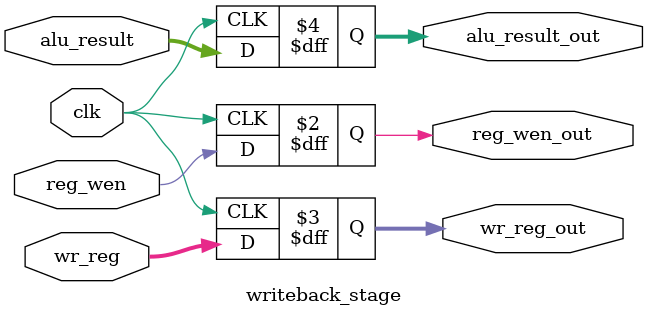
<source format=v>
module writeback_stage #(parameter WIDTH = 16) (clk, reg_wen, wr_reg, alu_result, reg_wen_out, wr_reg_out, alu_result_out);//this module implements the execute/write back pipeline stage
  input clk;
  input reg_wen;
  input [4:0] wr_reg;
  input [WIDTH-1:0] alu_result;
  output reg reg_wen_out;
  output reg [4:0] wr_reg_out;
  output reg [WIDTH-1:0] alu_result_out;

  always@(posedge clk) begin
    reg_wen_out <= reg_wen;
	  wr_reg_out <= wr_reg;
    alu_result_out <= alu_result;
  end

endmodule

</source>
